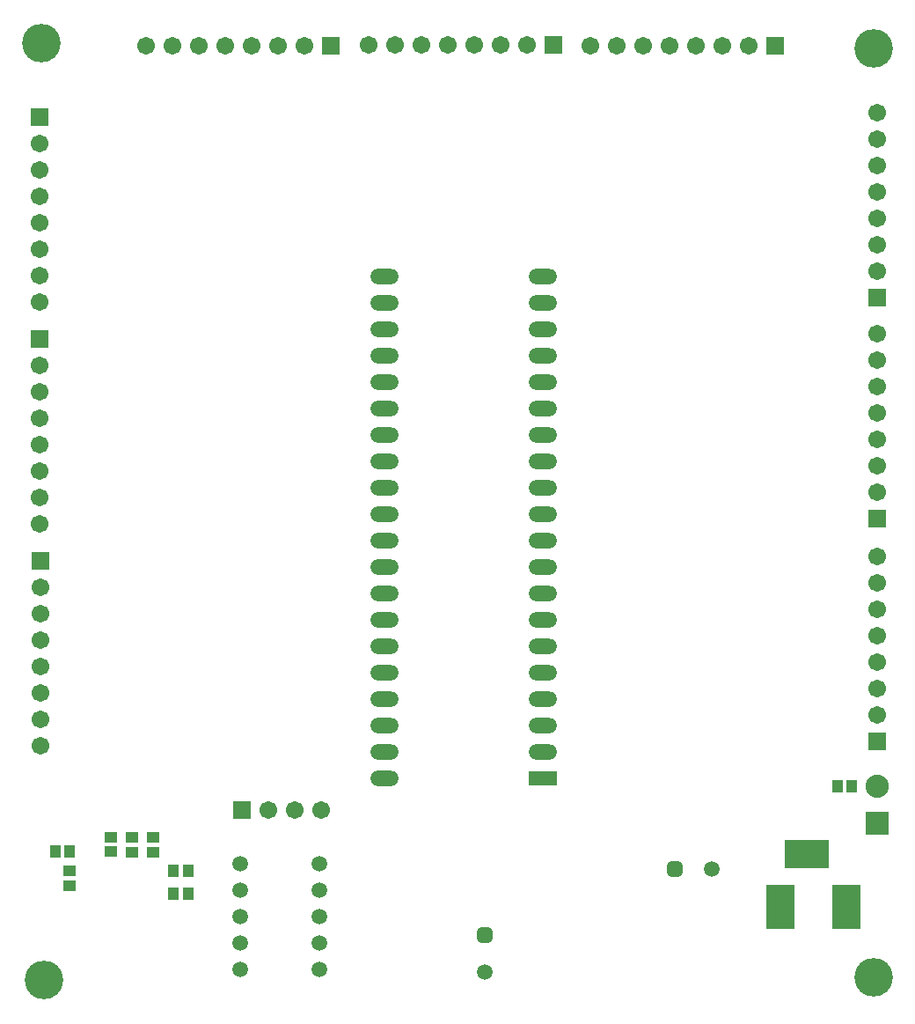
<source format=gbs>
G04*
G04 #@! TF.GenerationSoftware,Altium Limited,Altium Designer,22.7.1 (60)*
G04*
G04 Layer_Color=16711935*
%FSLAX24Y24*%
%MOIN*%
G70*
G04*
G04 #@! TF.SameCoordinates,1DD6C3B8-EF33-4A04-8B88-EBD51A11C9DD*
G04*
G04*
G04 #@! TF.FilePolarity,Negative*
G04*
G01*
G75*
%ADD41R,0.0454X0.0395*%
%ADD43R,0.0395X0.0454*%
%ADD49C,0.0880*%
%ADD50R,0.0880X0.0880*%
%ADD51C,0.0671*%
%ADD52R,0.0671X0.0671*%
%ADD53R,0.0671X0.0671*%
%ADD54R,0.1080X0.1680*%
%ADD55R,0.1680X0.1080*%
%ADD56C,0.1460*%
%ADD57R,0.1080X0.0580*%
%ADD58O,0.1080X0.0580*%
%ADD59C,0.0592*%
G04:AMPARAMS|DCode=60|XSize=59.2mil|YSize=59.2mil|CornerRadius=16.8mil|HoleSize=0mil|Usage=FLASHONLY|Rotation=180.000|XOffset=0mil|YOffset=0mil|HoleType=Round|Shape=RoundedRectangle|*
%AMROUNDEDRECTD60*
21,1,0.0592,0.0256,0,0,180.0*
21,1,0.0256,0.0592,0,0,180.0*
1,1,0.0336,-0.0128,0.0128*
1,1,0.0336,0.0128,0.0128*
1,1,0.0336,0.0128,-0.0128*
1,1,0.0336,-0.0128,-0.0128*
%
%ADD60ROUNDEDRECTD60*%
G04:AMPARAMS|DCode=61|XSize=59.2mil|YSize=59.2mil|CornerRadius=16.8mil|HoleSize=0mil|Usage=FLASHONLY|Rotation=90.000|XOffset=0mil|YOffset=0mil|HoleType=Round|Shape=RoundedRectangle|*
%AMROUNDEDRECTD61*
21,1,0.0592,0.0256,0,0,90.0*
21,1,0.0256,0.0592,0,0,90.0*
1,1,0.0336,0.0128,0.0128*
1,1,0.0336,0.0128,-0.0128*
1,1,0.0336,-0.0128,-0.0128*
1,1,0.0336,-0.0128,0.0128*
%
%ADD61ROUNDEDRECTD61*%
D41*
X26279Y17886D02*
D03*
Y17334D02*
D03*
X29425Y19154D02*
D03*
Y18603D02*
D03*
X27850Y19160D02*
D03*
Y18609D02*
D03*
X28637Y19154D02*
D03*
Y18603D02*
D03*
D43*
X55914Y21074D02*
D03*
X55363D02*
D03*
X30767Y17029D02*
D03*
X30216D02*
D03*
Y17880D02*
D03*
X30767D02*
D03*
X26284Y18609D02*
D03*
X25733D02*
D03*
D49*
X56868Y21074D02*
D03*
D50*
Y19696D02*
D03*
D51*
X35810Y20180D02*
D03*
X34810D02*
D03*
X33810D02*
D03*
X25150Y31018D02*
D03*
Y32018D02*
D03*
Y34018D02*
D03*
Y36018D02*
D03*
Y37018D02*
D03*
Y35018D02*
D03*
Y33018D02*
D03*
X25170Y22628D02*
D03*
Y23628D02*
D03*
Y25628D02*
D03*
Y27628D02*
D03*
Y28628D02*
D03*
Y26628D02*
D03*
Y24628D02*
D03*
X25147Y41416D02*
D03*
Y43416D02*
D03*
Y45416D02*
D03*
Y44416D02*
D03*
Y42416D02*
D03*
Y40416D02*
D03*
Y39416D02*
D03*
X31184Y49136D02*
D03*
X33184D02*
D03*
X35184D02*
D03*
X34184D02*
D03*
X32184D02*
D03*
X30184D02*
D03*
X29184D02*
D03*
X39597Y49138D02*
D03*
X41597D02*
D03*
X43597D02*
D03*
X42597D02*
D03*
X40597D02*
D03*
X38597D02*
D03*
X37597D02*
D03*
X48009Y49136D02*
D03*
X50009D02*
D03*
X52009D02*
D03*
X51009D02*
D03*
X49009D02*
D03*
X47009D02*
D03*
X46009D02*
D03*
X56868Y27803D02*
D03*
Y25803D02*
D03*
Y23803D02*
D03*
Y24803D02*
D03*
Y26803D02*
D03*
Y28803D02*
D03*
Y29803D02*
D03*
Y36213D02*
D03*
Y34213D02*
D03*
Y32213D02*
D03*
Y33213D02*
D03*
Y35213D02*
D03*
Y37213D02*
D03*
Y38213D02*
D03*
X56862Y44581D02*
D03*
Y42581D02*
D03*
Y40581D02*
D03*
Y41581D02*
D03*
Y43581D02*
D03*
Y45581D02*
D03*
Y46581D02*
D03*
D52*
X32810Y20180D02*
D03*
X36184Y49136D02*
D03*
X44597Y49138D02*
D03*
X53009Y49136D02*
D03*
D53*
X25150Y38018D02*
D03*
X25170Y29628D02*
D03*
X25147Y46416D02*
D03*
X56868Y22803D02*
D03*
Y31213D02*
D03*
X56862Y39581D02*
D03*
D54*
X53207Y16516D02*
D03*
X55707D02*
D03*
D55*
X54207Y18516D02*
D03*
D56*
X56753Y13848D02*
D03*
X25288Y13740D02*
D03*
X56744Y49018D02*
D03*
X25193Y49215D02*
D03*
D57*
X44200Y21380D02*
D03*
D58*
Y22380D02*
D03*
Y23380D02*
D03*
Y24380D02*
D03*
Y25380D02*
D03*
Y26380D02*
D03*
Y27380D02*
D03*
Y28380D02*
D03*
Y29380D02*
D03*
Y30380D02*
D03*
Y31380D02*
D03*
Y32380D02*
D03*
Y33380D02*
D03*
Y34380D02*
D03*
Y35380D02*
D03*
Y36380D02*
D03*
Y37380D02*
D03*
Y38380D02*
D03*
Y39380D02*
D03*
Y40380D02*
D03*
X38200Y21380D02*
D03*
Y22380D02*
D03*
Y23380D02*
D03*
Y24380D02*
D03*
Y25380D02*
D03*
Y26380D02*
D03*
Y27380D02*
D03*
Y28380D02*
D03*
Y29380D02*
D03*
Y30380D02*
D03*
Y31380D02*
D03*
Y32380D02*
D03*
Y33380D02*
D03*
Y34380D02*
D03*
Y35380D02*
D03*
Y36380D02*
D03*
Y37380D02*
D03*
Y38380D02*
D03*
Y39380D02*
D03*
Y40380D02*
D03*
D59*
X32740Y16150D02*
D03*
Y17150D02*
D03*
Y18150D02*
D03*
Y15150D02*
D03*
Y14150D02*
D03*
X35740D02*
D03*
Y15150D02*
D03*
Y16150D02*
D03*
Y17150D02*
D03*
Y18150D02*
D03*
X50592Y17952D02*
D03*
X42020Y14066D02*
D03*
D60*
X49214Y17952D02*
D03*
D61*
X42020Y15444D02*
D03*
M02*

</source>
